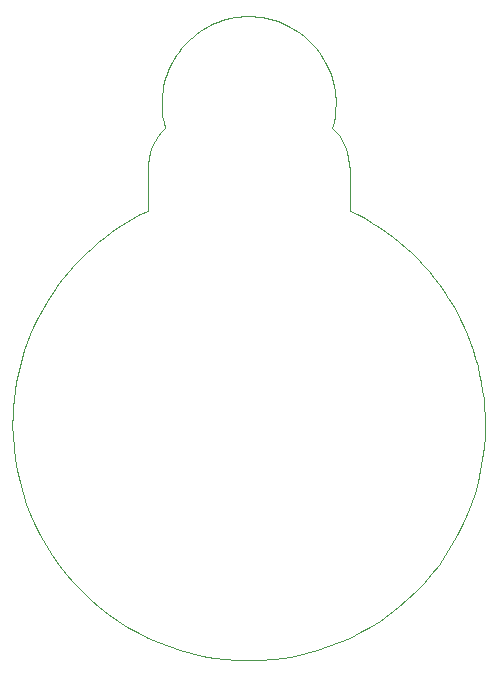
<source format=gm1>
%TF.GenerationSoftware,KiCad,Pcbnew,(5.1.8)-1*%
%TF.CreationDate,2020-11-17T19:57:04-05:00*%
%TF.ProjectId,drawing,64726177-696e-4672-9e6b-696361645f70,rev?*%
%TF.SameCoordinates,Original*%
%TF.FileFunction,Profile,NP*%
%FSLAX46Y46*%
G04 Gerber Fmt 4.6, Leading zero omitted, Abs format (unit mm)*
G04 Created by KiCad (PCBNEW (5.1.8)-1) date 2020-11-17 19:57:04*
%MOMM*%
%LPD*%
G01*
G04 APERTURE LIST*
%TA.AperFunction,Profile*%
%ADD10C,0.100000*%
%TD*%
G04 APERTURE END LIST*
D10*
X-2100900Y41306470D02*
X-2477600Y41293440D01*
X-2477600Y41293440D02*
X-2849300Y41261820D01*
X-2849300Y41261820D02*
X-3215400Y41212070D01*
X-3215400Y41212070D02*
X-3575500Y41144640D01*
X-3575500Y41144640D02*
X-3929300Y41060000D01*
X-3929300Y41060000D02*
X-4276200Y40958590D01*
X-4276200Y40958590D02*
X-4615700Y40840880D01*
X-4615700Y40840880D02*
X-4947500Y40707320D01*
X-4947500Y40707320D02*
X-5271100Y40558370D01*
X-5271100Y40558370D02*
X-5586000Y40394490D01*
X-5586000Y40394490D02*
X-5891700Y40216130D01*
X-5891700Y40216130D02*
X-6187900Y40023750D01*
X-6187900Y40023750D02*
X-6474000Y39817800D01*
X-6474000Y39817800D02*
X-6749700Y39598800D01*
X-6749700Y39598800D02*
X-7014400Y39367100D01*
X-7014400Y39367100D02*
X-7267700Y39123200D01*
X-7267700Y39123200D02*
X-7509200Y38867600D01*
X-7509200Y38867600D02*
X-7738300Y38600700D01*
X-7738300Y38600700D02*
X-7954800Y38322900D01*
X-7954800Y38322900D02*
X-8158000Y38034900D01*
X-8158000Y38034900D02*
X-8347500Y37736900D01*
X-8347500Y37736900D02*
X-8523000Y37429400D01*
X-8523000Y37429400D02*
X-8683800Y37113000D01*
X-8683800Y37113000D02*
X-8829700Y36788000D01*
X-8829700Y36788000D02*
X-8960100Y36455000D01*
X-8960100Y36455000D02*
X-9074600Y36114300D01*
X-9074600Y36114300D02*
X-9172700Y35766500D01*
X-9172700Y35766500D02*
X-9254000Y35412000D01*
X-9254000Y35412000D02*
X-9318000Y35051200D01*
X-9318000Y35051200D02*
X-9364200Y34684600D01*
X-9364200Y34684600D02*
X-9392300Y34312700D01*
X-9392300Y34312700D02*
X-9401800Y33935900D01*
X-9401800Y33935900D02*
X-9383300Y33415800D01*
X-9383300Y33415800D02*
X-9328400Y32899000D01*
X-9328400Y32899000D02*
X-9237100Y32387300D01*
X-9237100Y32387300D02*
X-9109800Y31882800D01*
X-9109800Y31882800D02*
X-9434700Y31527500D01*
X-9434700Y31527500D02*
X-9724400Y31142000D01*
X-9724400Y31142000D02*
X-9976500Y30728600D01*
X-9976500Y30728600D02*
X-10188300Y30289900D01*
X-10188300Y30289900D02*
X-10357500Y29828400D01*
X-10357500Y29828400D02*
X-10481400Y29346600D01*
X-10481400Y29346600D02*
X-10557600Y28847000D01*
X-10557600Y28847000D02*
X-10583600Y28332100D01*
X-10583600Y28332100D02*
X-10583600Y24866100D01*
X-10583600Y24866100D02*
X-11231400Y24545300D01*
X-11231400Y24545300D02*
X-11864100Y24203100D01*
X-11864100Y24203100D02*
X-12481200Y23840200D01*
X-12481200Y23840200D02*
X-13082300Y23457100D01*
X-13082300Y23457100D02*
X-13667300Y23054300D01*
X-13667300Y23054300D02*
X-14235600Y22632400D01*
X-14235600Y22632400D02*
X-14787000Y22192000D01*
X-14787000Y22192000D02*
X-15321100Y21733700D01*
X-15321100Y21733700D02*
X-15837500Y21257900D01*
X-15837500Y21257900D02*
X-16336000Y20765200D01*
X-16336000Y20765200D02*
X-16816000Y20256300D01*
X-16816000Y20256300D02*
X-17277300Y19731500D01*
X-17277300Y19731500D02*
X-17719600Y19191600D01*
X-17719600Y19191600D02*
X-18142500Y18637100D01*
X-18142500Y18637100D02*
X-18545500Y18068500D01*
X-18545500Y18068500D02*
X-18928500Y17486300D01*
X-18928500Y17486300D02*
X-19291000Y16891200D01*
X-19291000Y16891200D02*
X-19632600Y16283700D01*
X-19632600Y16283700D02*
X-19953100Y15664300D01*
X-19953100Y15664300D02*
X-20252000Y15033700D01*
X-20252000Y15033700D02*
X-20529000Y14392200D01*
X-20529000Y14392200D02*
X-20783800Y13740700D01*
X-20783800Y13740700D02*
X-21016000Y13079400D01*
X-21016000Y13079400D02*
X-21225300Y12409100D01*
X-21225300Y12409100D02*
X-21411200Y11730300D01*
X-21411200Y11730300D02*
X-21573500Y11043600D01*
X-21573500Y11043600D02*
X-21711800Y10349400D01*
X-21711800Y10349400D02*
X-21825800Y9648400D01*
X-21825800Y9648400D02*
X-21915000Y8941100D01*
X-21915000Y8941100D02*
X-21979200Y8228100D01*
X-21979200Y8228100D02*
X-22018000Y7509900D01*
X-22018000Y7509900D02*
X-22031000Y6787100D01*
X-22031000Y6787100D02*
X-22006400Y5795400D01*
X-22006400Y5795400D02*
X-21933100Y4810400D01*
X-21933100Y4810400D02*
X-21811800Y3833700D01*
X-21811800Y3833700D02*
X-21643200Y2867100D01*
X-21643200Y2867100D02*
X-21427900Y1912100D01*
X-21427900Y1912100D02*
X-21166600Y970400D01*
X-21166600Y970400D02*
X-20859900Y43600D01*
X-20859900Y43600D02*
X-20508700Y-866600D01*
X-20508700Y-866600D02*
X-20113500Y-1758600D01*
X-20113500Y-1758600D02*
X-19675000Y-2630800D01*
X-19675000Y-2630800D02*
X-19193900Y-3481400D01*
X-19193900Y-3481400D02*
X-18670900Y-4309000D01*
X-18670900Y-4309000D02*
X-18106700Y-5111800D01*
X-18106700Y-5111800D02*
X-17501900Y-5888100D01*
X-17501900Y-5888100D02*
X-16857200Y-6636500D01*
X-16857200Y-6636500D02*
X-16173300Y-7355100D01*
X-16173300Y-7355100D02*
X-15454600Y-8039000D01*
X-15454600Y-8039000D02*
X-14706300Y-8683700D01*
X-14706300Y-8683700D02*
X-13930000Y-9288600D01*
X-13930000Y-9288600D02*
X-13127200Y-9852800D01*
X-13127200Y-9852800D02*
X-12299600Y-10375900D01*
X-12299600Y-10375900D02*
X-11449000Y-10857000D01*
X-11449000Y-10857000D02*
X-10576800Y-11295500D01*
X-10576800Y-11295500D02*
X-9684800Y-11690700D01*
X-9684800Y-11690700D02*
X-8774600Y-12042000D01*
X-8774600Y-12042000D02*
X-7847900Y-12348600D01*
X-7847900Y-12348600D02*
X-6906200Y-12610000D01*
X-6906200Y-12610000D02*
X-5951200Y-12825300D01*
X-5951200Y-12825300D02*
X-4984600Y-12994000D01*
X-4984600Y-12994000D02*
X-4007900Y-13115300D01*
X-4007900Y-13115300D02*
X-3022900Y-13188600D01*
X-3022900Y-13188600D02*
X-2031200Y-13213200D01*
X-2031200Y-13213200D02*
X-1039400Y-13188600D01*
X-1039400Y-13188600D02*
X-54400Y-13115300D01*
X-54400Y-13115300D02*
X922200Y-12994000D01*
X922200Y-12994000D02*
X1888900Y-12825300D01*
X1888900Y-12825300D02*
X2843900Y-12610000D01*
X2843900Y-12610000D02*
X3785600Y-12348600D01*
X3785600Y-12348600D02*
X4712300Y-12042000D01*
X4712300Y-12042000D02*
X5622500Y-11690700D01*
X5622500Y-11690700D02*
X6514500Y-11295500D01*
X6514500Y-11295500D02*
X7386700Y-10857000D01*
X7386700Y-10857000D02*
X8237300Y-10375900D01*
X8237300Y-10375900D02*
X9064900Y-9852800D01*
X9064900Y-9852800D02*
X9867600Y-9288600D01*
X9867600Y-9288600D02*
X10644000Y-8683700D01*
X10644000Y-8683700D02*
X11392300Y-8039000D01*
X11392300Y-8039000D02*
X12111000Y-7355100D01*
X12111000Y-7355100D02*
X12794900Y-6636500D01*
X12794900Y-6636500D02*
X13439500Y-5888100D01*
X13439500Y-5888100D02*
X14044300Y-5111800D01*
X14044300Y-5111800D02*
X14608600Y-4309000D01*
X14608600Y-4309000D02*
X15131600Y-3481400D01*
X15131600Y-3481400D02*
X15612700Y-2630800D01*
X15612700Y-2630800D02*
X16051100Y-1758600D01*
X16051100Y-1758600D02*
X16446400Y-866600D01*
X16446400Y-866600D02*
X16797600Y43600D01*
X16797600Y43600D02*
X17104200Y970400D01*
X17104200Y970400D02*
X17365500Y1912100D01*
X17365500Y1912100D02*
X17580900Y2867100D01*
X17580900Y2867100D02*
X17749500Y3833700D01*
X17749500Y3833700D02*
X17870800Y4810400D01*
X17870800Y4810400D02*
X17944100Y5795400D01*
X17944100Y5795400D02*
X17968700Y6787100D01*
X17968700Y6787100D02*
X17955600Y7509900D01*
X17955600Y7509900D02*
X17916800Y8228100D01*
X17916800Y8228100D02*
X17852700Y8941100D01*
X17852700Y8941100D02*
X17763400Y9648400D01*
X17763400Y9648400D02*
X17649400Y10349300D01*
X17649400Y10349300D02*
X17511100Y11043500D01*
X17511100Y11043500D02*
X17348800Y11730200D01*
X17348800Y11730200D02*
X17162800Y12409000D01*
X17162800Y12409000D02*
X16953600Y13079300D01*
X16953600Y13079300D02*
X16721400Y13740500D01*
X16721400Y13740500D02*
X16466600Y14392000D01*
X16466600Y14392000D02*
X16189500Y15033400D01*
X16189500Y15033400D02*
X15890600Y15664100D01*
X15890600Y15664100D02*
X15570100Y16283400D01*
X15570100Y16283400D02*
X15228500Y16890900D01*
X15228500Y16890900D02*
X14866000Y17486000D01*
X14866000Y17486000D02*
X14483100Y18068200D01*
X14483100Y18068200D02*
X14080000Y18636800D01*
X14080000Y18636800D02*
X13657200Y19191300D01*
X13657200Y19191300D02*
X13214900Y19731200D01*
X13214900Y19731200D02*
X12753600Y20255900D01*
X12753600Y20255900D02*
X12273500Y20764800D01*
X12273500Y20764800D02*
X11775100Y21257500D01*
X11775100Y21257500D02*
X11258700Y21733200D01*
X11258700Y21733200D02*
X10724600Y22191600D01*
X10724600Y22191600D02*
X10173200Y22632000D01*
X10173200Y22632000D02*
X9604900Y23053800D01*
X9604900Y23053800D02*
X9020000Y23456600D01*
X9020000Y23456600D02*
X8418800Y23839700D01*
X8418800Y23839700D02*
X7801700Y24202600D01*
X7801700Y24202600D02*
X7169100Y24544800D01*
X7169100Y24544800D02*
X6521300Y24865600D01*
X6521300Y24865600D02*
X6521300Y28332100D01*
X6521300Y28332100D02*
X6495300Y28847000D01*
X6495300Y28847000D02*
X6419100Y29346600D01*
X6419100Y29346600D02*
X6295200Y29828400D01*
X6295200Y29828400D02*
X6126000Y30289900D01*
X6126000Y30289900D02*
X5914100Y30728600D01*
X5914100Y30728600D02*
X5662100Y31142000D01*
X5662100Y31142000D02*
X5372400Y31527500D01*
X5372400Y31527500D02*
X5047500Y31882800D01*
X5047500Y31882800D02*
X5174800Y32387300D01*
X5174800Y32387300D02*
X5266000Y32899000D01*
X5266000Y32899000D02*
X5321000Y33415800D01*
X5321000Y33415800D02*
X5339400Y33935900D01*
X5339400Y33935900D02*
X5330400Y34301400D01*
X5330400Y34301400D02*
X5303400Y34664400D01*
X5303400Y34664400D02*
X5258700Y35024300D01*
X5258700Y35024300D02*
X5196500Y35380500D01*
X5196500Y35380500D02*
X5117200Y35732500D01*
X5117200Y35732500D02*
X5020900Y36079500D01*
X5020900Y36079500D02*
X4907900Y36421000D01*
X4907900Y36421000D02*
X4778400Y36756500D01*
X4778400Y36756500D02*
X4632800Y37085200D01*
X4632800Y37085200D02*
X4471200Y37406600D01*
X4471200Y37406600D02*
X4293900Y37720100D01*
X4293900Y37720100D02*
X4101100Y38025100D01*
X4101100Y38025100D02*
X3893200Y38320900D01*
X3893200Y38320900D02*
X3670300Y38607100D01*
X3670300Y38607100D02*
X3432700Y38882800D01*
X3432700Y38882800D02*
X3180700Y39147700D01*
X3180700Y39147700D02*
X2915800Y39399700D01*
X2915800Y39399700D02*
X2640000Y39637300D01*
X2640000Y39637300D02*
X2353900Y39860200D01*
X2353900Y39860200D02*
X2058100Y40068150D01*
X2058100Y40068150D02*
X1753100Y40260890D01*
X1753100Y40260890D02*
X1439600Y40438190D01*
X1439600Y40438190D02*
X1118200Y40599790D01*
X1118200Y40599790D02*
X789500Y40745440D01*
X789500Y40745440D02*
X454000Y40874890D01*
X454000Y40874890D02*
X112500Y40987890D01*
X112500Y40987890D02*
X-234600Y41084200D01*
X-234600Y41084200D02*
X-586500Y41163550D01*
X-586500Y41163550D02*
X-942700Y41225710D01*
X-942700Y41225710D02*
X-1302700Y41270410D01*
X-1302700Y41270410D02*
X-1665700Y41297420D01*
X-1665700Y41297420D02*
X-2031200Y41306470D01*
X-2031200Y41306470D02*
X-2100900Y41306470D01*
X-2100900Y41306470D02*
X-2100900Y41306470D01*
X-2100900Y41306470D02*
X-2100900Y41306470D01*
M02*

</source>
